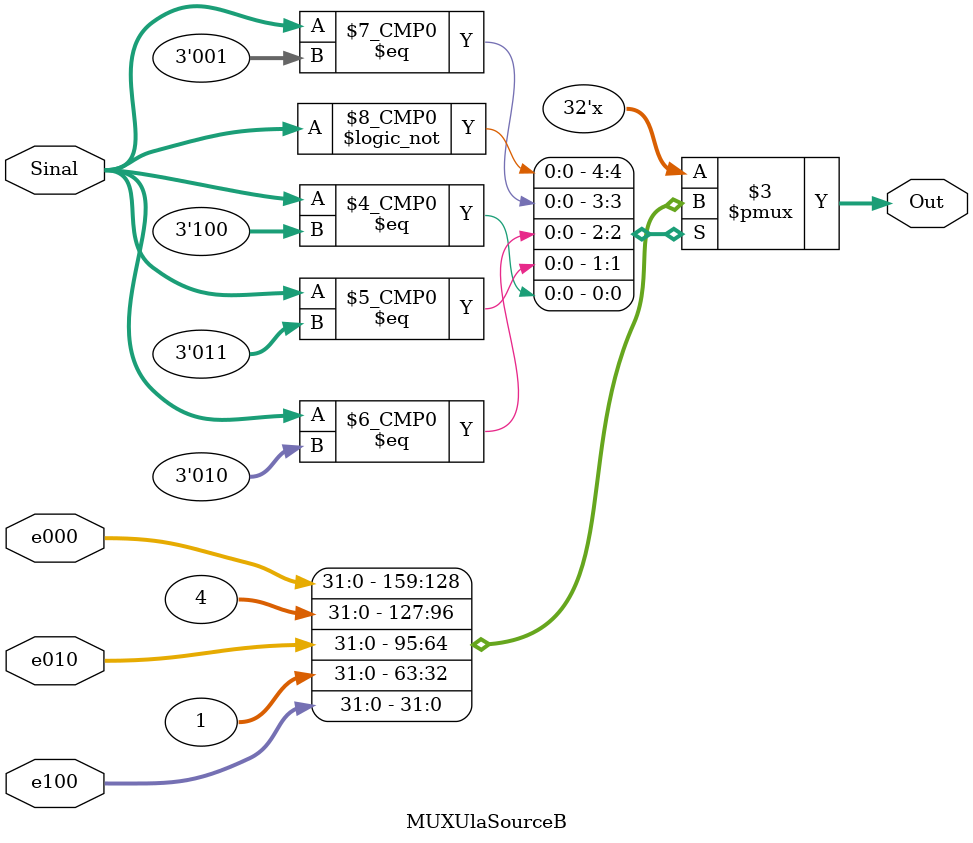
<source format=v>
module MUXUlaSourceB(e000, e010, e100, Sinal, Out);

input wire [31:0] e000, e010, e100; // entradas
input wire [2:0] Sinal; // controle
output reg [31:0] Out; // saída

always @(*) begin
	case(Sinal)
		3'b000: Out = e000;
		3'b001: Out = 32'd4;
		3'b010: Out = e010;
		3'b011: Out = 32'd1;
		3'b100: Out = e100;
	endcase
end
endmodule 
</source>
